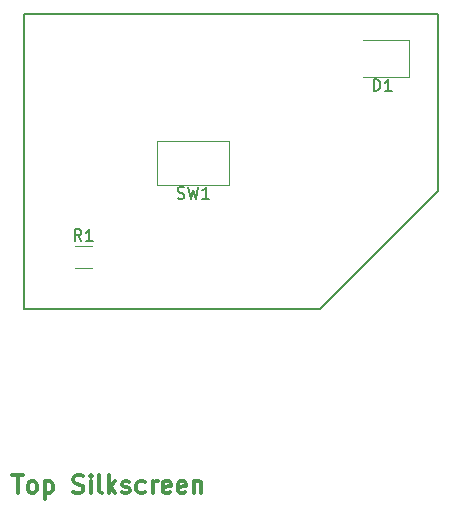
<source format=gbr>
%TF.GenerationSoftware,KiCad,Pcbnew,(5.1.9)-1*%
%TF.CreationDate,2024-06-03T11:22:04+08:00*%
%TF.ProjectId,task1,7461736b-312e-46b6-9963-61645f706362,rev?*%
%TF.SameCoordinates,Original*%
%TF.FileFunction,Legend,Top*%
%TF.FilePolarity,Positive*%
%FSLAX46Y46*%
G04 Gerber Fmt 4.6, Leading zero omitted, Abs format (unit mm)*
G04 Created by KiCad (PCBNEW (5.1.9)-1) date 2024-06-03 11:22:04*
%MOMM*%
%LPD*%
G01*
G04 APERTURE LIST*
%ADD10C,0.300000*%
%TA.AperFunction,Profile*%
%ADD11C,0.200000*%
%TD*%
%ADD12C,0.120000*%
%ADD13C,0.150000*%
G04 APERTURE END LIST*
D10*
X124792857Y-126178571D02*
X125650000Y-126178571D01*
X125221428Y-127678571D02*
X125221428Y-126178571D01*
X126364285Y-127678571D02*
X126221428Y-127607142D01*
X126150000Y-127535714D01*
X126078571Y-127392857D01*
X126078571Y-126964285D01*
X126150000Y-126821428D01*
X126221428Y-126750000D01*
X126364285Y-126678571D01*
X126578571Y-126678571D01*
X126721428Y-126750000D01*
X126792857Y-126821428D01*
X126864285Y-126964285D01*
X126864285Y-127392857D01*
X126792857Y-127535714D01*
X126721428Y-127607142D01*
X126578571Y-127678571D01*
X126364285Y-127678571D01*
X127507142Y-126678571D02*
X127507142Y-128178571D01*
X127507142Y-126750000D02*
X127650000Y-126678571D01*
X127935714Y-126678571D01*
X128078571Y-126750000D01*
X128150000Y-126821428D01*
X128221428Y-126964285D01*
X128221428Y-127392857D01*
X128150000Y-127535714D01*
X128078571Y-127607142D01*
X127935714Y-127678571D01*
X127650000Y-127678571D01*
X127507142Y-127607142D01*
X129935714Y-127607142D02*
X130150000Y-127678571D01*
X130507142Y-127678571D01*
X130650000Y-127607142D01*
X130721428Y-127535714D01*
X130792857Y-127392857D01*
X130792857Y-127250000D01*
X130721428Y-127107142D01*
X130650000Y-127035714D01*
X130507142Y-126964285D01*
X130221428Y-126892857D01*
X130078571Y-126821428D01*
X130007142Y-126750000D01*
X129935714Y-126607142D01*
X129935714Y-126464285D01*
X130007142Y-126321428D01*
X130078571Y-126250000D01*
X130221428Y-126178571D01*
X130578571Y-126178571D01*
X130792857Y-126250000D01*
X131435714Y-127678571D02*
X131435714Y-126678571D01*
X131435714Y-126178571D02*
X131364285Y-126250000D01*
X131435714Y-126321428D01*
X131507142Y-126250000D01*
X131435714Y-126178571D01*
X131435714Y-126321428D01*
X132364285Y-127678571D02*
X132221428Y-127607142D01*
X132150000Y-127464285D01*
X132150000Y-126178571D01*
X132935714Y-127678571D02*
X132935714Y-126178571D01*
X133078571Y-127107142D02*
X133507142Y-127678571D01*
X133507142Y-126678571D02*
X132935714Y-127250000D01*
X134078571Y-127607142D02*
X134221428Y-127678571D01*
X134507142Y-127678571D01*
X134650000Y-127607142D01*
X134721428Y-127464285D01*
X134721428Y-127392857D01*
X134650000Y-127250000D01*
X134507142Y-127178571D01*
X134292857Y-127178571D01*
X134150000Y-127107142D01*
X134078571Y-126964285D01*
X134078571Y-126892857D01*
X134150000Y-126750000D01*
X134292857Y-126678571D01*
X134507142Y-126678571D01*
X134650000Y-126750000D01*
X136007142Y-127607142D02*
X135864285Y-127678571D01*
X135578571Y-127678571D01*
X135435714Y-127607142D01*
X135364285Y-127535714D01*
X135292857Y-127392857D01*
X135292857Y-126964285D01*
X135364285Y-126821428D01*
X135435714Y-126750000D01*
X135578571Y-126678571D01*
X135864285Y-126678571D01*
X136007142Y-126750000D01*
X136650000Y-127678571D02*
X136650000Y-126678571D01*
X136650000Y-126964285D02*
X136721428Y-126821428D01*
X136792857Y-126750000D01*
X136935714Y-126678571D01*
X137078571Y-126678571D01*
X138150000Y-127607142D02*
X138007142Y-127678571D01*
X137721428Y-127678571D01*
X137578571Y-127607142D01*
X137507142Y-127464285D01*
X137507142Y-126892857D01*
X137578571Y-126750000D01*
X137721428Y-126678571D01*
X138007142Y-126678571D01*
X138150000Y-126750000D01*
X138221428Y-126892857D01*
X138221428Y-127035714D01*
X137507142Y-127178571D01*
X139435714Y-127607142D02*
X139292857Y-127678571D01*
X139007142Y-127678571D01*
X138864285Y-127607142D01*
X138792857Y-127464285D01*
X138792857Y-126892857D01*
X138864285Y-126750000D01*
X139007142Y-126678571D01*
X139292857Y-126678571D01*
X139435714Y-126750000D01*
X139507142Y-126892857D01*
X139507142Y-127035714D01*
X138792857Y-127178571D01*
X140150000Y-126678571D02*
X140150000Y-127678571D01*
X140150000Y-126821428D02*
X140221428Y-126750000D01*
X140364285Y-126678571D01*
X140578571Y-126678571D01*
X140721428Y-126750000D01*
X140792857Y-126892857D01*
X140792857Y-127678571D01*
D11*
X160787600Y-102085200D02*
X150787600Y-112085200D01*
X160787600Y-87085200D02*
X160787600Y-102085200D01*
X125787600Y-112085200D02*
X150787600Y-112085200D01*
X125787600Y-87085200D02*
X125787600Y-112085200D01*
X125787600Y-87085200D02*
X160787600Y-87085200D01*
D12*
%TO.C,SW1*%
X143160000Y-101550000D02*
X137040000Y-101550000D01*
X137040000Y-101550000D02*
X137040000Y-97850000D01*
X137040000Y-97850000D02*
X143160000Y-97850000D01*
X143160000Y-97850000D02*
X143160000Y-101550000D01*
%TO.C,R1*%
X130072936Y-106790000D02*
X131527064Y-106790000D01*
X130072936Y-108610000D02*
X131527064Y-108610000D01*
%TO.C,D1*%
X154500000Y-92485000D02*
X158385000Y-92485000D01*
X158385000Y-92485000D02*
X158385000Y-89315000D01*
X158385000Y-89315000D02*
X154500000Y-89315000D01*
%TD*%
%TO.C,SW1*%
D13*
X138766666Y-102704761D02*
X138909523Y-102752380D01*
X139147619Y-102752380D01*
X139242857Y-102704761D01*
X139290476Y-102657142D01*
X139338095Y-102561904D01*
X139338095Y-102466666D01*
X139290476Y-102371428D01*
X139242857Y-102323809D01*
X139147619Y-102276190D01*
X138957142Y-102228571D01*
X138861904Y-102180952D01*
X138814285Y-102133333D01*
X138766666Y-102038095D01*
X138766666Y-101942857D01*
X138814285Y-101847619D01*
X138861904Y-101800000D01*
X138957142Y-101752380D01*
X139195238Y-101752380D01*
X139338095Y-101800000D01*
X139671428Y-101752380D02*
X139909523Y-102752380D01*
X140100000Y-102038095D01*
X140290476Y-102752380D01*
X140528571Y-101752380D01*
X141433333Y-102752380D02*
X140861904Y-102752380D01*
X141147619Y-102752380D02*
X141147619Y-101752380D01*
X141052380Y-101895238D01*
X140957142Y-101990476D01*
X140861904Y-102038095D01*
%TO.C,R1*%
X130633333Y-106332380D02*
X130300000Y-105856190D01*
X130061904Y-106332380D02*
X130061904Y-105332380D01*
X130442857Y-105332380D01*
X130538095Y-105380000D01*
X130585714Y-105427619D01*
X130633333Y-105522857D01*
X130633333Y-105665714D01*
X130585714Y-105760952D01*
X130538095Y-105808571D01*
X130442857Y-105856190D01*
X130061904Y-105856190D01*
X131585714Y-106332380D02*
X131014285Y-106332380D01*
X131300000Y-106332380D02*
X131300000Y-105332380D01*
X131204761Y-105475238D01*
X131109523Y-105570476D01*
X131014285Y-105618095D01*
%TO.C,D1*%
X155361904Y-93632380D02*
X155361904Y-92632380D01*
X155600000Y-92632380D01*
X155742857Y-92680000D01*
X155838095Y-92775238D01*
X155885714Y-92870476D01*
X155933333Y-93060952D01*
X155933333Y-93203809D01*
X155885714Y-93394285D01*
X155838095Y-93489523D01*
X155742857Y-93584761D01*
X155600000Y-93632380D01*
X155361904Y-93632380D01*
X156885714Y-93632380D02*
X156314285Y-93632380D01*
X156600000Y-93632380D02*
X156600000Y-92632380D01*
X156504761Y-92775238D01*
X156409523Y-92870476D01*
X156314285Y-92918095D01*
%TD*%
M02*

</source>
